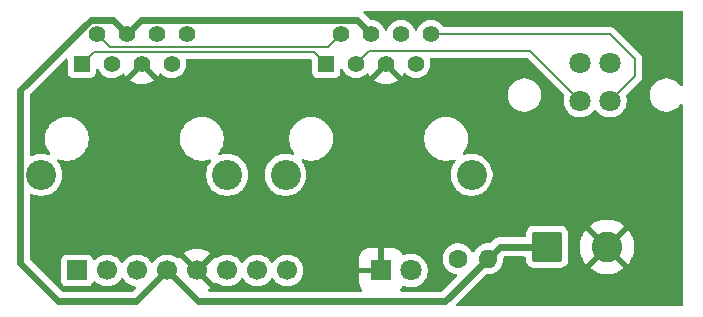
<source format=gbr>
G04 #@! TF.GenerationSoftware,KiCad,Pcbnew,9.0.1*
G04 #@! TF.CreationDate,2025-11-10T23:51:25+01:00*
G04 #@! TF.ProjectId,CAN Tram Adapter,43414e20-5472-4616-9d20-416461707465,rev?*
G04 #@! TF.SameCoordinates,Original*
G04 #@! TF.FileFunction,Copper,L2,Bot*
G04 #@! TF.FilePolarity,Positive*
%FSLAX46Y46*%
G04 Gerber Fmt 4.6, Leading zero omitted, Abs format (unit mm)*
G04 Created by KiCad (PCBNEW 9.0.1) date 2025-11-10 23:51:25*
%MOMM*%
%LPD*%
G01*
G04 APERTURE LIST*
G04 Aperture macros list*
%AMRoundRect*
0 Rectangle with rounded corners*
0 $1 Rounding radius*
0 $2 $3 $4 $5 $6 $7 $8 $9 X,Y pos of 4 corners*
0 Add a 4 corners polygon primitive as box body*
4,1,4,$2,$3,$4,$5,$6,$7,$8,$9,$2,$3,0*
0 Add four circle primitives for the rounded corners*
1,1,$1+$1,$2,$3*
1,1,$1+$1,$4,$5*
1,1,$1+$1,$6,$7*
1,1,$1+$1,$8,$9*
0 Add four rect primitives between the rounded corners*
20,1,$1+$1,$2,$3,$4,$5,0*
20,1,$1+$1,$4,$5,$6,$7,0*
20,1,$1+$1,$6,$7,$8,$9,0*
20,1,$1+$1,$8,$9,$2,$3,0*%
G04 Aperture macros list end*
G04 #@! TA.AperFunction,ComponentPad*
%ADD10R,1.700000X1.700000*%
G04 #@! TD*
G04 #@! TA.AperFunction,ComponentPad*
%ADD11C,1.700000*%
G04 #@! TD*
G04 #@! TA.AperFunction,ComponentPad*
%ADD12C,2.550000*%
G04 #@! TD*
G04 #@! TA.AperFunction,ComponentPad*
%ADD13C,1.400000*%
G04 #@! TD*
G04 #@! TA.AperFunction,ComponentPad*
%ADD14R,1.400000X1.400000*%
G04 #@! TD*
G04 #@! TA.AperFunction,ComponentPad*
%ADD15C,1.800000*%
G04 #@! TD*
G04 #@! TA.AperFunction,ComponentPad*
%ADD16C,1.600000*%
G04 #@! TD*
G04 #@! TA.AperFunction,ComponentPad*
%ADD17O,1.600000X1.600000*%
G04 #@! TD*
G04 #@! TA.AperFunction,ComponentPad*
%ADD18RoundRect,0.250000X-1.050000X-1.050000X1.050000X-1.050000X1.050000X1.050000X-1.050000X1.050000X0*%
G04 #@! TD*
G04 #@! TA.AperFunction,ComponentPad*
%ADD19C,2.600000*%
G04 #@! TD*
G04 #@! TA.AperFunction,ComponentPad*
%ADD20R,1.800000X1.800000*%
G04 #@! TD*
G04 #@! TA.AperFunction,Conductor*
%ADD21C,0.600000*%
G04 #@! TD*
G04 #@! TA.AperFunction,Conductor*
%ADD22C,0.200000*%
G04 #@! TD*
G04 APERTURE END LIST*
D10*
X83220000Y-89500000D03*
D11*
X85760000Y-89500000D03*
X88300000Y-89500000D03*
X90840000Y-89500000D03*
X93380000Y-89500000D03*
X95920000Y-89500000D03*
X98460000Y-89500000D03*
X101000000Y-89500000D03*
D12*
X116610000Y-81400000D03*
X100860000Y-81400000D03*
D13*
X113180000Y-69460000D03*
X111910000Y-72000000D03*
X110640000Y-69460000D03*
X109370000Y-72000000D03*
X108100000Y-69460000D03*
X106830000Y-72000000D03*
X105560000Y-69460000D03*
D14*
X104290000Y-72000000D03*
D12*
X95930000Y-81400000D03*
X80180000Y-81400000D03*
D13*
X92500000Y-69460000D03*
X91230000Y-72000000D03*
X89960000Y-69460000D03*
X88690000Y-72000000D03*
X87420000Y-69460000D03*
X86150000Y-72000000D03*
X84880000Y-69460000D03*
D14*
X83610000Y-72000000D03*
D15*
X128355000Y-75135000D03*
X125805000Y-75135000D03*
X125805000Y-71935000D03*
X128355000Y-71935000D03*
D16*
X115460000Y-88500000D03*
D17*
X118000000Y-88500000D03*
D18*
X123000000Y-87500000D03*
D19*
X128080000Y-87500000D03*
D20*
X108960000Y-89500000D03*
D15*
X111500000Y-89500000D03*
D21*
X119000000Y-87500000D02*
X123000000Y-87500000D01*
X118000000Y-88500000D02*
X119000000Y-87500000D01*
X90840000Y-89500000D02*
X88240000Y-92100000D01*
X88240000Y-92100000D02*
X81600000Y-92100000D01*
X114400000Y-92100000D02*
X93440000Y-92100000D01*
X93440000Y-92100000D02*
X90840000Y-89500000D01*
D22*
X103289000Y-70999000D02*
X104290000Y-72000000D01*
X84611000Y-70999000D02*
X103289000Y-70999000D01*
X83610000Y-72000000D02*
X84611000Y-70999000D01*
X84880000Y-69460000D02*
X86019000Y-70599000D01*
X86019000Y-70599000D02*
X104421000Y-70599000D01*
X104421000Y-70599000D02*
X105560000Y-69460000D01*
X107930000Y-70900000D02*
X106830000Y-72000000D01*
X125805000Y-75135000D02*
X121570000Y-70900000D01*
X121570000Y-70900000D02*
X107930000Y-70900000D01*
X130450000Y-73040000D02*
X130450000Y-71600000D01*
X130450000Y-71600000D02*
X128310000Y-69460000D01*
X128355000Y-75135000D02*
X130450000Y-73040000D01*
X128310000Y-69460000D02*
X113180000Y-69460000D01*
D21*
X78404000Y-74237529D02*
X78404000Y-88904000D01*
X84382529Y-68259000D02*
X78404000Y-74237529D01*
X86219000Y-68259000D02*
X84382529Y-68259000D01*
X114400000Y-92100000D02*
X118000000Y-88500000D01*
X87420000Y-69460000D02*
X86219000Y-68259000D01*
X78404000Y-88904000D02*
X81600000Y-92100000D01*
X106899000Y-68259000D02*
X108100000Y-69460000D01*
X87420000Y-69460000D02*
X88621000Y-68259000D01*
X88621000Y-68259000D02*
X106899000Y-68259000D01*
G04 #@! TA.AperFunction,Conductor*
G36*
X134442539Y-67520185D02*
G01*
X134488294Y-67572989D01*
X134499500Y-67624500D01*
X134499500Y-73772530D01*
X134479815Y-73839569D01*
X134427011Y-73885324D01*
X134357853Y-73895268D01*
X134294297Y-73866243D01*
X134275182Y-73845415D01*
X134193247Y-73732641D01*
X134193243Y-73732636D01*
X134037363Y-73576756D01*
X134037358Y-73576752D01*
X133859025Y-73447187D01*
X133859024Y-73447186D01*
X133859022Y-73447185D01*
X133783523Y-73408716D01*
X133662606Y-73347104D01*
X133662603Y-73347103D01*
X133452952Y-73278985D01*
X133344086Y-73261742D01*
X133235222Y-73244500D01*
X133014778Y-73244500D01*
X132942201Y-73255995D01*
X132797047Y-73278985D01*
X132587396Y-73347103D01*
X132587393Y-73347104D01*
X132390974Y-73447187D01*
X132212641Y-73576752D01*
X132212636Y-73576756D01*
X132056756Y-73732636D01*
X132056752Y-73732641D01*
X131927187Y-73910974D01*
X131827104Y-74107393D01*
X131827103Y-74107396D01*
X131758985Y-74317047D01*
X131724500Y-74534778D01*
X131724500Y-74755221D01*
X131758985Y-74972952D01*
X131827103Y-75182603D01*
X131827104Y-75182606D01*
X131927187Y-75379025D01*
X132056752Y-75557358D01*
X132056756Y-75557363D01*
X132212636Y-75713243D01*
X132212641Y-75713247D01*
X132368192Y-75826260D01*
X132390978Y-75842815D01*
X132519375Y-75908237D01*
X132587393Y-75942895D01*
X132587396Y-75942896D01*
X132692221Y-75976955D01*
X132797049Y-76011015D01*
X133014778Y-76045500D01*
X133014779Y-76045500D01*
X133235221Y-76045500D01*
X133235222Y-76045500D01*
X133452951Y-76011015D01*
X133662606Y-75942895D01*
X133859022Y-75842815D01*
X134037365Y-75713242D01*
X134193242Y-75557365D01*
X134275182Y-75444582D01*
X134330511Y-75401918D01*
X134400124Y-75395939D01*
X134461920Y-75428544D01*
X134496277Y-75489383D01*
X134499500Y-75517469D01*
X134499500Y-92375500D01*
X134479815Y-92442539D01*
X134427011Y-92488294D01*
X134375500Y-92499500D01*
X115431940Y-92499500D01*
X115364901Y-92479815D01*
X115319146Y-92427011D01*
X115309202Y-92357853D01*
X115338227Y-92294297D01*
X115344259Y-92287819D01*
X115519333Y-92112744D01*
X117795978Y-89836098D01*
X117857299Y-89802615D01*
X117893404Y-89800165D01*
X117897643Y-89800499D01*
X117897648Y-89800500D01*
X117897653Y-89800500D01*
X118102351Y-89800500D01*
X118102352Y-89800500D01*
X118304534Y-89768477D01*
X118499219Y-89705220D01*
X118681610Y-89612287D01*
X118786172Y-89536319D01*
X118847213Y-89491971D01*
X118847215Y-89491968D01*
X118847219Y-89491966D01*
X118991966Y-89347219D01*
X118991968Y-89347215D01*
X118991971Y-89347213D01*
X119073632Y-89234814D01*
X119112287Y-89181610D01*
X119205220Y-88999219D01*
X119268477Y-88804534D01*
X119300500Y-88602352D01*
X119300500Y-88424500D01*
X119320185Y-88357461D01*
X119372989Y-88311706D01*
X119424500Y-88300500D01*
X121075501Y-88300500D01*
X121142540Y-88320185D01*
X121188295Y-88372989D01*
X121199501Y-88424500D01*
X121199501Y-88600018D01*
X121210000Y-88702796D01*
X121210001Y-88702799D01*
X121235769Y-88780561D01*
X121265186Y-88869334D01*
X121357288Y-89018656D01*
X121481344Y-89142712D01*
X121630666Y-89234814D01*
X121797203Y-89289999D01*
X121899991Y-89300500D01*
X124100008Y-89300499D01*
X124202797Y-89289999D01*
X124369334Y-89234814D01*
X124518656Y-89142712D01*
X124642712Y-89018656D01*
X124734814Y-88869334D01*
X124789999Y-88702797D01*
X124800500Y-88600009D01*
X124800499Y-87349256D01*
X125780000Y-87349256D01*
X125780000Y-87650743D01*
X125780001Y-87650759D01*
X125819353Y-87949667D01*
X125897389Y-88240901D01*
X126012765Y-88519443D01*
X126012770Y-88519454D01*
X126163512Y-88780545D01*
X126163523Y-88780561D01*
X126286115Y-88940328D01*
X126286117Y-88940328D01*
X127478958Y-87747487D01*
X127503978Y-87807890D01*
X127575112Y-87914351D01*
X127665649Y-88004888D01*
X127772110Y-88076022D01*
X127832511Y-88101041D01*
X126639670Y-89293881D01*
X126639670Y-89293882D01*
X126799438Y-89416476D01*
X126799454Y-89416487D01*
X127060545Y-89567229D01*
X127060556Y-89567234D01*
X127339098Y-89682610D01*
X127630332Y-89760646D01*
X127929240Y-89799998D01*
X127929257Y-89800000D01*
X128230743Y-89800000D01*
X128230759Y-89799998D01*
X128529667Y-89760646D01*
X128820901Y-89682610D01*
X129099443Y-89567234D01*
X129099454Y-89567229D01*
X129360545Y-89416487D01*
X129360553Y-89416481D01*
X129520328Y-89293881D01*
X128327488Y-88101041D01*
X128387890Y-88076022D01*
X128494351Y-88004888D01*
X128584888Y-87914351D01*
X128656022Y-87807890D01*
X128681041Y-87747488D01*
X129873881Y-88940328D01*
X129996481Y-88780553D01*
X129996487Y-88780545D01*
X130147229Y-88519454D01*
X130147234Y-88519443D01*
X130262610Y-88240901D01*
X130340646Y-87949667D01*
X130379998Y-87650759D01*
X130380000Y-87650743D01*
X130380000Y-87349256D01*
X130379998Y-87349240D01*
X130340646Y-87050332D01*
X130262610Y-86759098D01*
X130147234Y-86480556D01*
X130147229Y-86480545D01*
X129996487Y-86219454D01*
X129996476Y-86219438D01*
X129873881Y-86059670D01*
X128681041Y-87252510D01*
X128656022Y-87192110D01*
X128584888Y-87085649D01*
X128494351Y-86995112D01*
X128387890Y-86923978D01*
X128327487Y-86898957D01*
X129520328Y-85706117D01*
X129520328Y-85706115D01*
X129360561Y-85583523D01*
X129360545Y-85583512D01*
X129099454Y-85432770D01*
X129099443Y-85432765D01*
X128820901Y-85317389D01*
X128529667Y-85239353D01*
X128230759Y-85200001D01*
X128230743Y-85200000D01*
X127929257Y-85200000D01*
X127929240Y-85200001D01*
X127630332Y-85239353D01*
X127339098Y-85317389D01*
X127060556Y-85432765D01*
X127060545Y-85432770D01*
X126799442Y-85583520D01*
X126639670Y-85706116D01*
X126639670Y-85706117D01*
X127832511Y-86898958D01*
X127772110Y-86923978D01*
X127665649Y-86995112D01*
X127575112Y-87085649D01*
X127503978Y-87192110D01*
X127478958Y-87252511D01*
X126286117Y-86059670D01*
X126286116Y-86059670D01*
X126163520Y-86219442D01*
X126012770Y-86480545D01*
X126012765Y-86480556D01*
X125897389Y-86759098D01*
X125819353Y-87050332D01*
X125780001Y-87349240D01*
X125780000Y-87349256D01*
X124800499Y-87349256D01*
X124800499Y-86399992D01*
X124789999Y-86297203D01*
X124734814Y-86130666D01*
X124642712Y-85981344D01*
X124518656Y-85857288D01*
X124369334Y-85765186D01*
X124202797Y-85710001D01*
X124202795Y-85710000D01*
X124100010Y-85699500D01*
X121899998Y-85699500D01*
X121899981Y-85699501D01*
X121797203Y-85710000D01*
X121797200Y-85710001D01*
X121630668Y-85765185D01*
X121630663Y-85765187D01*
X121481342Y-85857289D01*
X121357289Y-85981342D01*
X121265187Y-86130663D01*
X121265186Y-86130666D01*
X121210001Y-86297203D01*
X121210001Y-86297204D01*
X121210000Y-86297204D01*
X121199500Y-86399983D01*
X121199500Y-86575500D01*
X121179815Y-86642539D01*
X121127011Y-86688294D01*
X121075500Y-86699500D01*
X118921153Y-86699500D01*
X118766510Y-86730260D01*
X118766502Y-86730262D01*
X118620824Y-86790604D01*
X118620814Y-86790609D01*
X118489711Y-86878210D01*
X118489707Y-86878213D01*
X118204022Y-87163898D01*
X118142699Y-87197383D01*
X118106619Y-87199835D01*
X118102359Y-87199500D01*
X118102352Y-87199500D01*
X117897648Y-87199500D01*
X117873329Y-87203351D01*
X117695465Y-87231522D01*
X117500776Y-87294781D01*
X117318386Y-87387715D01*
X117152786Y-87508028D01*
X117008028Y-87652786D01*
X116887715Y-87818386D01*
X116840485Y-87911080D01*
X116792510Y-87961876D01*
X116724689Y-87978671D01*
X116658554Y-87956134D01*
X116619515Y-87911080D01*
X116590203Y-87853553D01*
X116572287Y-87818390D01*
X116564556Y-87807749D01*
X116451971Y-87652786D01*
X116307213Y-87508028D01*
X116141613Y-87387715D01*
X116141612Y-87387714D01*
X116141610Y-87387713D01*
X116066103Y-87349240D01*
X115959223Y-87294781D01*
X115764534Y-87231522D01*
X115589995Y-87203878D01*
X115562352Y-87199500D01*
X115357648Y-87199500D01*
X115333329Y-87203351D01*
X115155465Y-87231522D01*
X114960776Y-87294781D01*
X114778386Y-87387715D01*
X114612786Y-87508028D01*
X114468028Y-87652786D01*
X114347715Y-87818386D01*
X114254781Y-88000776D01*
X114191522Y-88195465D01*
X114159500Y-88397648D01*
X114159500Y-88602351D01*
X114191522Y-88804534D01*
X114254781Y-88999223D01*
X114280654Y-89050000D01*
X114342841Y-89172049D01*
X114347715Y-89181613D01*
X114468028Y-89347213D01*
X114612786Y-89491971D01*
X114714441Y-89565826D01*
X114778390Y-89612287D01*
X114894607Y-89671503D01*
X114960776Y-89705218D01*
X114960778Y-89705218D01*
X114960781Y-89705220D01*
X115155466Y-89768477D01*
X115298373Y-89791111D01*
X115361506Y-89821040D01*
X115398438Y-89880351D01*
X115397440Y-89950214D01*
X115366655Y-90001265D01*
X114104741Y-91263181D01*
X114043418Y-91296666D01*
X114017060Y-91299500D01*
X110677956Y-91299500D01*
X110610917Y-91279815D01*
X110565162Y-91227011D01*
X110555218Y-91157853D01*
X110581854Y-91097139D01*
X110699278Y-90953129D01*
X110761797Y-90833444D01*
X110810284Y-90783136D01*
X110878271Y-90767029D01*
X110927999Y-90780370D01*
X110962394Y-90797895D01*
X110962395Y-90797895D01*
X110962396Y-90797896D01*
X111021951Y-90817246D01*
X111172049Y-90866015D01*
X111389778Y-90900500D01*
X111389779Y-90900500D01*
X111610221Y-90900500D01*
X111610222Y-90900500D01*
X111827951Y-90866015D01*
X112037606Y-90797895D01*
X112234022Y-90697815D01*
X112412365Y-90568242D01*
X112568242Y-90412365D01*
X112697815Y-90234022D01*
X112797895Y-90037606D01*
X112866015Y-89827951D01*
X112900500Y-89610222D01*
X112900500Y-89389778D01*
X112866015Y-89172049D01*
X112831955Y-89067221D01*
X112797896Y-88962396D01*
X112797895Y-88962393D01*
X112750478Y-88869334D01*
X112697815Y-88765978D01*
X112651910Y-88702795D01*
X112568247Y-88587641D01*
X112568243Y-88587636D01*
X112412363Y-88431756D01*
X112412358Y-88431752D01*
X112234025Y-88302187D01*
X112234024Y-88302186D01*
X112234022Y-88302185D01*
X112171096Y-88270122D01*
X112037606Y-88202104D01*
X112037603Y-88202103D01*
X111827952Y-88133985D01*
X111719086Y-88116742D01*
X111610222Y-88099500D01*
X111389778Y-88099500D01*
X111317201Y-88110995D01*
X111172047Y-88133985D01*
X110962396Y-88202103D01*
X110962387Y-88202107D01*
X110927999Y-88219629D01*
X110859329Y-88232525D01*
X110794589Y-88206248D01*
X110761796Y-88166555D01*
X110699278Y-88046870D01*
X110570753Y-87889246D01*
X110413129Y-87760721D01*
X110232861Y-87666557D01*
X110037328Y-87610609D01*
X110037325Y-87610608D01*
X109918000Y-87600000D01*
X109210000Y-87600000D01*
X109210000Y-89124722D01*
X109133694Y-89080667D01*
X109019244Y-89050000D01*
X108900756Y-89050000D01*
X108786306Y-89080667D01*
X108710000Y-89124722D01*
X108710000Y-87600000D01*
X108001999Y-87600000D01*
X107882674Y-87610608D01*
X107882671Y-87610609D01*
X107687138Y-87666557D01*
X107506870Y-87760721D01*
X107349246Y-87889246D01*
X107220721Y-88046870D01*
X107126557Y-88227138D01*
X107070609Y-88422671D01*
X107070608Y-88422674D01*
X107060000Y-88541999D01*
X107060000Y-89250000D01*
X108584722Y-89250000D01*
X108540667Y-89326306D01*
X108510000Y-89440756D01*
X108510000Y-89559244D01*
X108540667Y-89673694D01*
X108584722Y-89750000D01*
X107060000Y-89750000D01*
X107060000Y-90458000D01*
X107070608Y-90577325D01*
X107070609Y-90577328D01*
X107126557Y-90772861D01*
X107220721Y-90953129D01*
X107338146Y-91097139D01*
X107365255Y-91161535D01*
X107353246Y-91230365D01*
X107305931Y-91281775D01*
X107242044Y-91299500D01*
X94425948Y-91299500D01*
X94358909Y-91279815D01*
X94313154Y-91227011D01*
X94303210Y-91157853D01*
X94332235Y-91094297D01*
X94363948Y-91068113D01*
X94410016Y-91041515D01*
X94499384Y-90972939D01*
X94499384Y-90972936D01*
X93509409Y-89982962D01*
X93572993Y-89965925D01*
X93687007Y-89900099D01*
X93780099Y-89807007D01*
X93845925Y-89692993D01*
X93862962Y-89629409D01*
X94852936Y-90619384D01*
X94852937Y-90619384D01*
X94890420Y-90570537D01*
X94946848Y-90529335D01*
X95016595Y-90525180D01*
X95061681Y-90545706D01*
X95212179Y-90655048D01*
X95212181Y-90655049D01*
X95212184Y-90655051D01*
X95401588Y-90751557D01*
X95603757Y-90817246D01*
X95813713Y-90850500D01*
X95813714Y-90850500D01*
X96026286Y-90850500D01*
X96026287Y-90850500D01*
X96236243Y-90817246D01*
X96438412Y-90751557D01*
X96627816Y-90655051D01*
X96714138Y-90592335D01*
X96799786Y-90530109D01*
X96799788Y-90530106D01*
X96799792Y-90530104D01*
X96950104Y-90379792D01*
X96950106Y-90379788D01*
X96950109Y-90379786D01*
X97075048Y-90207820D01*
X97075047Y-90207820D01*
X97075051Y-90207816D01*
X97079514Y-90199054D01*
X97127488Y-90148259D01*
X97195308Y-90131463D01*
X97261444Y-90153999D01*
X97300486Y-90199056D01*
X97304951Y-90207820D01*
X97429890Y-90379786D01*
X97580213Y-90530109D01*
X97752179Y-90655048D01*
X97752181Y-90655049D01*
X97752184Y-90655051D01*
X97941588Y-90751557D01*
X98143757Y-90817246D01*
X98353713Y-90850500D01*
X98353714Y-90850500D01*
X98566286Y-90850500D01*
X98566287Y-90850500D01*
X98776243Y-90817246D01*
X98978412Y-90751557D01*
X99167816Y-90655051D01*
X99254138Y-90592335D01*
X99339786Y-90530109D01*
X99339788Y-90530106D01*
X99339792Y-90530104D01*
X99490104Y-90379792D01*
X99490106Y-90379788D01*
X99490109Y-90379786D01*
X99615048Y-90207820D01*
X99615047Y-90207820D01*
X99615051Y-90207816D01*
X99619514Y-90199054D01*
X99667488Y-90148259D01*
X99735308Y-90131463D01*
X99801444Y-90153999D01*
X99840486Y-90199056D01*
X99844951Y-90207820D01*
X99969890Y-90379786D01*
X100120213Y-90530109D01*
X100292179Y-90655048D01*
X100292181Y-90655049D01*
X100292184Y-90655051D01*
X100481588Y-90751557D01*
X100683757Y-90817246D01*
X100893713Y-90850500D01*
X100893714Y-90850500D01*
X101106286Y-90850500D01*
X101106287Y-90850500D01*
X101316243Y-90817246D01*
X101518412Y-90751557D01*
X101707816Y-90655051D01*
X101794138Y-90592335D01*
X101879786Y-90530109D01*
X101879788Y-90530106D01*
X101879792Y-90530104D01*
X102030104Y-90379792D01*
X102030106Y-90379788D01*
X102030109Y-90379786D01*
X102155048Y-90207820D01*
X102155047Y-90207820D01*
X102155051Y-90207816D01*
X102251557Y-90018412D01*
X102317246Y-89816243D01*
X102350500Y-89606287D01*
X102350500Y-89393713D01*
X102317246Y-89183757D01*
X102251557Y-88981588D01*
X102155051Y-88792184D01*
X102155049Y-88792181D01*
X102155048Y-88792179D01*
X102030111Y-88620216D01*
X102030103Y-88620207D01*
X101879786Y-88469890D01*
X101707820Y-88344951D01*
X101518414Y-88248444D01*
X101518413Y-88248443D01*
X101518412Y-88248443D01*
X101316243Y-88182754D01*
X101316241Y-88182753D01*
X101316240Y-88182753D01*
X101154957Y-88157208D01*
X101106287Y-88149500D01*
X100893713Y-88149500D01*
X100845042Y-88157208D01*
X100683760Y-88182753D01*
X100481585Y-88248444D01*
X100292179Y-88344951D01*
X100120213Y-88469890D01*
X99969890Y-88620213D01*
X99844949Y-88792182D01*
X99840484Y-88800946D01*
X99792509Y-88851742D01*
X99724688Y-88868536D01*
X99658553Y-88845998D01*
X99619516Y-88800946D01*
X99615050Y-88792182D01*
X99490109Y-88620213D01*
X99339786Y-88469890D01*
X99167820Y-88344951D01*
X98978414Y-88248444D01*
X98978413Y-88248443D01*
X98978412Y-88248443D01*
X98776243Y-88182754D01*
X98776241Y-88182753D01*
X98776240Y-88182753D01*
X98614957Y-88157208D01*
X98566287Y-88149500D01*
X98353713Y-88149500D01*
X98305042Y-88157208D01*
X98143760Y-88182753D01*
X97941585Y-88248444D01*
X97752179Y-88344951D01*
X97580213Y-88469890D01*
X97429890Y-88620213D01*
X97304949Y-88792182D01*
X97300484Y-88800946D01*
X97252509Y-88851742D01*
X97184688Y-88868536D01*
X97118553Y-88845998D01*
X97079516Y-88800946D01*
X97075050Y-88792182D01*
X96950109Y-88620213D01*
X96799786Y-88469890D01*
X96627820Y-88344951D01*
X96438414Y-88248444D01*
X96438413Y-88248443D01*
X96438412Y-88248443D01*
X96236243Y-88182754D01*
X96236241Y-88182753D01*
X96236240Y-88182753D01*
X96074957Y-88157208D01*
X96026287Y-88149500D01*
X95813713Y-88149500D01*
X95765042Y-88157208D01*
X95603760Y-88182753D01*
X95401585Y-88248444D01*
X95212179Y-88344951D01*
X95061681Y-88454294D01*
X94995874Y-88477774D01*
X94927821Y-88461948D01*
X94890420Y-88429462D01*
X94852938Y-88380614D01*
X94852936Y-88380614D01*
X93862962Y-89370589D01*
X93845925Y-89307007D01*
X93780099Y-89192993D01*
X93687007Y-89099901D01*
X93572993Y-89034075D01*
X93509407Y-89017037D01*
X94499384Y-88027061D01*
X94410010Y-87958481D01*
X94199992Y-87837227D01*
X94199978Y-87837220D01*
X93975939Y-87744421D01*
X93741687Y-87681653D01*
X93501264Y-87650001D01*
X93501248Y-87650000D01*
X93258752Y-87650000D01*
X93258735Y-87650001D01*
X93018312Y-87681653D01*
X92784060Y-87744421D01*
X92560021Y-87837220D01*
X92560006Y-87837227D01*
X92349990Y-87958480D01*
X92260614Y-88027060D01*
X92260614Y-88027061D01*
X93250590Y-89017037D01*
X93187007Y-89034075D01*
X93072993Y-89099901D01*
X92979901Y-89192993D01*
X92914075Y-89307007D01*
X92897037Y-89370591D01*
X91907061Y-88380614D01*
X91907059Y-88380614D01*
X91869579Y-88429461D01*
X91813151Y-88470664D01*
X91743405Y-88474819D01*
X91698318Y-88454294D01*
X91547815Y-88344948D01*
X91358414Y-88248444D01*
X91358413Y-88248443D01*
X91358412Y-88248443D01*
X91156243Y-88182754D01*
X90946287Y-88149500D01*
X90733713Y-88149500D01*
X90685042Y-88157208D01*
X90523760Y-88182753D01*
X90321585Y-88248444D01*
X90132179Y-88344951D01*
X89960213Y-88469890D01*
X89809890Y-88620213D01*
X89684949Y-88792182D01*
X89680484Y-88800946D01*
X89632509Y-88851742D01*
X89564688Y-88868536D01*
X89498553Y-88845998D01*
X89459516Y-88800946D01*
X89455050Y-88792182D01*
X89330109Y-88620213D01*
X89179786Y-88469890D01*
X89007820Y-88344951D01*
X88818414Y-88248444D01*
X88818413Y-88248443D01*
X88818412Y-88248443D01*
X88616243Y-88182754D01*
X88616241Y-88182753D01*
X88616240Y-88182753D01*
X88454957Y-88157208D01*
X88406287Y-88149500D01*
X88193713Y-88149500D01*
X88145042Y-88157208D01*
X87983760Y-88182753D01*
X87781585Y-88248444D01*
X87592179Y-88344951D01*
X87420213Y-88469890D01*
X87269890Y-88620213D01*
X87144949Y-88792182D01*
X87140484Y-88800946D01*
X87092509Y-88851742D01*
X87024688Y-88868536D01*
X86958553Y-88845998D01*
X86919516Y-88800946D01*
X86915050Y-88792182D01*
X86790109Y-88620213D01*
X86639786Y-88469890D01*
X86467820Y-88344951D01*
X86278414Y-88248444D01*
X86278413Y-88248443D01*
X86278412Y-88248443D01*
X86076243Y-88182754D01*
X86076241Y-88182753D01*
X86076240Y-88182753D01*
X85914957Y-88157208D01*
X85866287Y-88149500D01*
X85653713Y-88149500D01*
X85605042Y-88157208D01*
X85443760Y-88182753D01*
X85241585Y-88248444D01*
X85052179Y-88344951D01*
X84880215Y-88469889D01*
X84766673Y-88583431D01*
X84705350Y-88616915D01*
X84635658Y-88611931D01*
X84579725Y-88570059D01*
X84562810Y-88539082D01*
X84513797Y-88407671D01*
X84513793Y-88407664D01*
X84427547Y-88292455D01*
X84427544Y-88292452D01*
X84312335Y-88206206D01*
X84312328Y-88206202D01*
X84177482Y-88155908D01*
X84177483Y-88155908D01*
X84117883Y-88149501D01*
X84117881Y-88149500D01*
X84117873Y-88149500D01*
X84117864Y-88149500D01*
X82322129Y-88149500D01*
X82322123Y-88149501D01*
X82262516Y-88155908D01*
X82127671Y-88206202D01*
X82127664Y-88206206D01*
X82012455Y-88292452D01*
X82012452Y-88292455D01*
X81926206Y-88407664D01*
X81926202Y-88407671D01*
X81875908Y-88542517D01*
X81869501Y-88602116D01*
X81869500Y-88602135D01*
X81869500Y-90397870D01*
X81869501Y-90397876D01*
X81875908Y-90457483D01*
X81926202Y-90592328D01*
X81926206Y-90592335D01*
X82012452Y-90707544D01*
X82012455Y-90707547D01*
X82127664Y-90793793D01*
X82127671Y-90793797D01*
X82262517Y-90844091D01*
X82262516Y-90844091D01*
X82269444Y-90844835D01*
X82322127Y-90850500D01*
X84117872Y-90850499D01*
X84177483Y-90844091D01*
X84312331Y-90793796D01*
X84427546Y-90707546D01*
X84513796Y-90592331D01*
X84562810Y-90460916D01*
X84604681Y-90404984D01*
X84670145Y-90380566D01*
X84738418Y-90395417D01*
X84766673Y-90416569D01*
X84880213Y-90530109D01*
X85052179Y-90655048D01*
X85052181Y-90655049D01*
X85052184Y-90655051D01*
X85241588Y-90751557D01*
X85443757Y-90817246D01*
X85653713Y-90850500D01*
X85653714Y-90850500D01*
X85866286Y-90850500D01*
X85866287Y-90850500D01*
X86076243Y-90817246D01*
X86278412Y-90751557D01*
X86467816Y-90655051D01*
X86554138Y-90592335D01*
X86639786Y-90530109D01*
X86639788Y-90530106D01*
X86639792Y-90530104D01*
X86790104Y-90379792D01*
X86790106Y-90379788D01*
X86790109Y-90379786D01*
X86915048Y-90207820D01*
X86915047Y-90207820D01*
X86915051Y-90207816D01*
X86919514Y-90199054D01*
X86967488Y-90148259D01*
X87035308Y-90131463D01*
X87101444Y-90153999D01*
X87140486Y-90199056D01*
X87144951Y-90207820D01*
X87269890Y-90379786D01*
X87420213Y-90530109D01*
X87592179Y-90655048D01*
X87592181Y-90655049D01*
X87592184Y-90655051D01*
X87781588Y-90751557D01*
X87983757Y-90817246D01*
X88094671Y-90834813D01*
X88157805Y-90864742D01*
X88194737Y-90924053D01*
X88193739Y-90993916D01*
X88162954Y-91044967D01*
X87944741Y-91263181D01*
X87883418Y-91296666D01*
X87857060Y-91299500D01*
X81982940Y-91299500D01*
X81915901Y-91279815D01*
X81895259Y-91263181D01*
X79240819Y-88608741D01*
X79207334Y-88547418D01*
X79204500Y-88521060D01*
X79204500Y-83101741D01*
X79224185Y-83034702D01*
X79276989Y-82988947D01*
X79346147Y-82979003D01*
X79390502Y-82994355D01*
X79393031Y-82995815D01*
X79393036Y-82995817D01*
X79393039Y-82995819D01*
X79608052Y-83084879D01*
X79608054Y-83084879D01*
X79608060Y-83084882D01*
X79832874Y-83145121D01*
X80063628Y-83175500D01*
X80063635Y-83175500D01*
X80296365Y-83175500D01*
X80296372Y-83175500D01*
X80527126Y-83145121D01*
X80751940Y-83084882D01*
X80809953Y-83060852D01*
X80966960Y-82995819D01*
X80966963Y-82995817D01*
X80966969Y-82995815D01*
X81168532Y-82879442D01*
X81353181Y-82737756D01*
X81517756Y-82573181D01*
X81659442Y-82388532D01*
X81775815Y-82186969D01*
X81864882Y-81971940D01*
X81925121Y-81747126D01*
X81955500Y-81516372D01*
X81955500Y-81283628D01*
X81925121Y-81052874D01*
X81864882Y-80828060D01*
X81864879Y-80828052D01*
X81775819Y-80613039D01*
X81775811Y-80613023D01*
X81659446Y-80411475D01*
X81659442Y-80411468D01*
X81558267Y-80279614D01*
X81533073Y-80214445D01*
X81547111Y-80146000D01*
X81595925Y-80096011D01*
X81664017Y-80080347D01*
X81704096Y-80089567D01*
X81743895Y-80106052D01*
X81743900Y-80106054D01*
X81978211Y-80168838D01*
X82158586Y-80192584D01*
X82218711Y-80200500D01*
X82218712Y-80200500D01*
X82461289Y-80200500D01*
X82509388Y-80194167D01*
X82701789Y-80168838D01*
X82936100Y-80106054D01*
X83160212Y-80013224D01*
X83370289Y-79891936D01*
X83562738Y-79744265D01*
X83734265Y-79572738D01*
X83881936Y-79380289D01*
X84003224Y-79170212D01*
X84096054Y-78946100D01*
X84158838Y-78711789D01*
X84190500Y-78471288D01*
X84190500Y-78228712D01*
X84190500Y-78228711D01*
X91919500Y-78228711D01*
X91919500Y-78471288D01*
X91951161Y-78711785D01*
X92013947Y-78946104D01*
X92106773Y-79170205D01*
X92106776Y-79170212D01*
X92228064Y-79380289D01*
X92228066Y-79380292D01*
X92228067Y-79380293D01*
X92375733Y-79572736D01*
X92375739Y-79572743D01*
X92547256Y-79744260D01*
X92547263Y-79744266D01*
X92627614Y-79805921D01*
X92739711Y-79891936D01*
X92949788Y-80013224D01*
X93173900Y-80106054D01*
X93408211Y-80168838D01*
X93588586Y-80192584D01*
X93648711Y-80200500D01*
X93648712Y-80200500D01*
X93891289Y-80200500D01*
X93939388Y-80194167D01*
X94131789Y-80168838D01*
X94366100Y-80106054D01*
X94405903Y-80089566D01*
X94475372Y-80082098D01*
X94537851Y-80113373D01*
X94573504Y-80173461D01*
X94571011Y-80243286D01*
X94551732Y-80279614D01*
X94450564Y-80411458D01*
X94450553Y-80411475D01*
X94334188Y-80613023D01*
X94334180Y-80613039D01*
X94245120Y-80828052D01*
X94184878Y-81052877D01*
X94154501Y-81283617D01*
X94154500Y-81283634D01*
X94154500Y-81516365D01*
X94154501Y-81516382D01*
X94184878Y-81747122D01*
X94245120Y-81971947D01*
X94334180Y-82186960D01*
X94334188Y-82186976D01*
X94450553Y-82388524D01*
X94450564Y-82388540D01*
X94592242Y-82573179D01*
X94592248Y-82573186D01*
X94756813Y-82737751D01*
X94756819Y-82737756D01*
X94941468Y-82879442D01*
X94941475Y-82879446D01*
X95143023Y-82995811D01*
X95143039Y-82995819D01*
X95358052Y-83084879D01*
X95358054Y-83084879D01*
X95358060Y-83084882D01*
X95582874Y-83145121D01*
X95813628Y-83175500D01*
X95813635Y-83175500D01*
X96046365Y-83175500D01*
X96046372Y-83175500D01*
X96277126Y-83145121D01*
X96501940Y-83084882D01*
X96559953Y-83060852D01*
X96716960Y-82995819D01*
X96716963Y-82995817D01*
X96716969Y-82995815D01*
X96918532Y-82879442D01*
X97103181Y-82737756D01*
X97267756Y-82573181D01*
X97409442Y-82388532D01*
X97525815Y-82186969D01*
X97614882Y-81971940D01*
X97675121Y-81747126D01*
X97705500Y-81516372D01*
X97705500Y-81283634D01*
X99084500Y-81283634D01*
X99084500Y-81516365D01*
X99084501Y-81516382D01*
X99114878Y-81747122D01*
X99175120Y-81971947D01*
X99264180Y-82186960D01*
X99264188Y-82186976D01*
X99380553Y-82388524D01*
X99380564Y-82388540D01*
X99522242Y-82573179D01*
X99522248Y-82573186D01*
X99686813Y-82737751D01*
X99686819Y-82737756D01*
X99871468Y-82879442D01*
X99871475Y-82879446D01*
X100073023Y-82995811D01*
X100073039Y-82995819D01*
X100288052Y-83084879D01*
X100288054Y-83084879D01*
X100288060Y-83084882D01*
X100512874Y-83145121D01*
X100743628Y-83175500D01*
X100743635Y-83175500D01*
X100976365Y-83175500D01*
X100976372Y-83175500D01*
X101207126Y-83145121D01*
X101431940Y-83084882D01*
X101489953Y-83060852D01*
X101646960Y-82995819D01*
X101646963Y-82995817D01*
X101646969Y-82995815D01*
X101848532Y-82879442D01*
X102033181Y-82737756D01*
X102197756Y-82573181D01*
X102339442Y-82388532D01*
X102455815Y-82186969D01*
X102544882Y-81971940D01*
X102605121Y-81747126D01*
X102635500Y-81516372D01*
X102635500Y-81283628D01*
X102605121Y-81052874D01*
X102544882Y-80828060D01*
X102544879Y-80828052D01*
X102455819Y-80613039D01*
X102455811Y-80613023D01*
X102339446Y-80411475D01*
X102339442Y-80411468D01*
X102238267Y-80279614D01*
X102213073Y-80214445D01*
X102227111Y-80146000D01*
X102275925Y-80096011D01*
X102344017Y-80080347D01*
X102384096Y-80089567D01*
X102423895Y-80106052D01*
X102423900Y-80106054D01*
X102658211Y-80168838D01*
X102838586Y-80192584D01*
X102898711Y-80200500D01*
X102898712Y-80200500D01*
X103141289Y-80200500D01*
X103189388Y-80194167D01*
X103381789Y-80168838D01*
X103616100Y-80106054D01*
X103840212Y-80013224D01*
X104050289Y-79891936D01*
X104242738Y-79744265D01*
X104414265Y-79572738D01*
X104561936Y-79380289D01*
X104683224Y-79170212D01*
X104776054Y-78946100D01*
X104838838Y-78711789D01*
X104870500Y-78471288D01*
X104870500Y-78228712D01*
X104870500Y-78228711D01*
X112599500Y-78228711D01*
X112599500Y-78471288D01*
X112631161Y-78711785D01*
X112693947Y-78946104D01*
X112786773Y-79170205D01*
X112786776Y-79170212D01*
X112908064Y-79380289D01*
X112908066Y-79380292D01*
X112908067Y-79380293D01*
X113055733Y-79572736D01*
X113055739Y-79572743D01*
X113227256Y-79744260D01*
X113227263Y-79744266D01*
X113307614Y-79805921D01*
X113419711Y-79891936D01*
X113629788Y-80013224D01*
X113853900Y-80106054D01*
X114088211Y-80168838D01*
X114268586Y-80192584D01*
X114328711Y-80200500D01*
X114328712Y-80200500D01*
X114571289Y-80200500D01*
X114619388Y-80194167D01*
X114811789Y-80168838D01*
X115046100Y-80106054D01*
X115085903Y-80089566D01*
X115155372Y-80082098D01*
X115217851Y-80113373D01*
X115253504Y-80173461D01*
X115251011Y-80243286D01*
X115231732Y-80279614D01*
X115130564Y-80411458D01*
X115130553Y-80411475D01*
X115014188Y-80613023D01*
X115014180Y-80613039D01*
X114925120Y-80828052D01*
X114864878Y-81052877D01*
X114834501Y-81283617D01*
X114834500Y-81283634D01*
X114834500Y-81516365D01*
X114834501Y-81516382D01*
X114864878Y-81747122D01*
X114925120Y-81971947D01*
X115014180Y-82186960D01*
X115014188Y-82186976D01*
X115130553Y-82388524D01*
X115130564Y-82388540D01*
X115272242Y-82573179D01*
X115272248Y-82573186D01*
X115436813Y-82737751D01*
X115436819Y-82737756D01*
X115621468Y-82879442D01*
X115621475Y-82879446D01*
X115823023Y-82995811D01*
X115823039Y-82995819D01*
X116038052Y-83084879D01*
X116038054Y-83084879D01*
X116038060Y-83084882D01*
X116262874Y-83145121D01*
X116493628Y-83175500D01*
X116493635Y-83175500D01*
X116726365Y-83175500D01*
X116726372Y-83175500D01*
X116957126Y-83145121D01*
X117181940Y-83084882D01*
X117239953Y-83060852D01*
X117396960Y-82995819D01*
X117396963Y-82995817D01*
X117396969Y-82995815D01*
X117598532Y-82879442D01*
X117783181Y-82737756D01*
X117947756Y-82573181D01*
X118089442Y-82388532D01*
X118205815Y-82186969D01*
X118294882Y-81971940D01*
X118355121Y-81747126D01*
X118385500Y-81516372D01*
X118385500Y-81283628D01*
X118355121Y-81052874D01*
X118294882Y-80828060D01*
X118294879Y-80828052D01*
X118205819Y-80613039D01*
X118205811Y-80613023D01*
X118089446Y-80411475D01*
X118089442Y-80411468D01*
X117947756Y-80226819D01*
X117947751Y-80226813D01*
X117783186Y-80062248D01*
X117783179Y-80062242D01*
X117598540Y-79920564D01*
X117598538Y-79920562D01*
X117598532Y-79920558D01*
X117598527Y-79920555D01*
X117598524Y-79920553D01*
X117396976Y-79804188D01*
X117396960Y-79804180D01*
X117181947Y-79715120D01*
X117119021Y-79698259D01*
X116957126Y-79654879D01*
X116957125Y-79654878D01*
X116957122Y-79654878D01*
X116726382Y-79624501D01*
X116726377Y-79624500D01*
X116726372Y-79624500D01*
X116493628Y-79624500D01*
X116493622Y-79624500D01*
X116493617Y-79624501D01*
X116262877Y-79654878D01*
X116038056Y-79715119D01*
X116021362Y-79722034D01*
X115951892Y-79729501D01*
X115889414Y-79698225D01*
X115853762Y-79638136D01*
X115856257Y-79568311D01*
X115875535Y-79531986D01*
X115991936Y-79380289D01*
X116113224Y-79170212D01*
X116206054Y-78946100D01*
X116268838Y-78711789D01*
X116300500Y-78471288D01*
X116300500Y-78228712D01*
X116268838Y-77988211D01*
X116206054Y-77753900D01*
X116113224Y-77529788D01*
X115991936Y-77319711D01*
X115844265Y-77127262D01*
X115844260Y-77127256D01*
X115672743Y-76955739D01*
X115672736Y-76955733D01*
X115480293Y-76808067D01*
X115480292Y-76808066D01*
X115480289Y-76808064D01*
X115270212Y-76686776D01*
X115270205Y-76686773D01*
X115046104Y-76593947D01*
X114811785Y-76531161D01*
X114571289Y-76499500D01*
X114571288Y-76499500D01*
X114328712Y-76499500D01*
X114328711Y-76499500D01*
X114088214Y-76531161D01*
X113853895Y-76593947D01*
X113629794Y-76686773D01*
X113629785Y-76686777D01*
X113419706Y-76808067D01*
X113227263Y-76955733D01*
X113227256Y-76955739D01*
X113055739Y-77127256D01*
X113055733Y-77127263D01*
X112908067Y-77319706D01*
X112786777Y-77529785D01*
X112786773Y-77529794D01*
X112693947Y-77753895D01*
X112631161Y-77988214D01*
X112599500Y-78228711D01*
X104870500Y-78228711D01*
X104838838Y-77988211D01*
X104776054Y-77753900D01*
X104683224Y-77529788D01*
X104561936Y-77319711D01*
X104414265Y-77127262D01*
X104414260Y-77127256D01*
X104242743Y-76955739D01*
X104242736Y-76955733D01*
X104050293Y-76808067D01*
X104050292Y-76808066D01*
X104050289Y-76808064D01*
X103840212Y-76686776D01*
X103840205Y-76686773D01*
X103616104Y-76593947D01*
X103381785Y-76531161D01*
X103141289Y-76499500D01*
X103141288Y-76499500D01*
X102898712Y-76499500D01*
X102898711Y-76499500D01*
X102658214Y-76531161D01*
X102423895Y-76593947D01*
X102199794Y-76686773D01*
X102199785Y-76686777D01*
X101989706Y-76808067D01*
X101797263Y-76955733D01*
X101797256Y-76955739D01*
X101625739Y-77127256D01*
X101625733Y-77127263D01*
X101478067Y-77319706D01*
X101356777Y-77529785D01*
X101356773Y-77529794D01*
X101263947Y-77753895D01*
X101201161Y-77988214D01*
X101169500Y-78228711D01*
X101169500Y-78471288D01*
X101201161Y-78711785D01*
X101263947Y-78946104D01*
X101356773Y-79170205D01*
X101356776Y-79170212D01*
X101478064Y-79380289D01*
X101478066Y-79380292D01*
X101478067Y-79380293D01*
X101594464Y-79531986D01*
X101619658Y-79597155D01*
X101605619Y-79665600D01*
X101556805Y-79715590D01*
X101488714Y-79731253D01*
X101448635Y-79722033D01*
X101431944Y-79715119D01*
X101207122Y-79654878D01*
X100976382Y-79624501D01*
X100976377Y-79624500D01*
X100976372Y-79624500D01*
X100743628Y-79624500D01*
X100743622Y-79624500D01*
X100743617Y-79624501D01*
X100512877Y-79654878D01*
X100288052Y-79715120D01*
X100073039Y-79804180D01*
X100073023Y-79804188D01*
X99871475Y-79920553D01*
X99871459Y-79920564D01*
X99686820Y-80062242D01*
X99686813Y-80062248D01*
X99522248Y-80226813D01*
X99522242Y-80226820D01*
X99380564Y-80411459D01*
X99380553Y-80411475D01*
X99264188Y-80613023D01*
X99264180Y-80613039D01*
X99175120Y-80828052D01*
X99114878Y-81052877D01*
X99084501Y-81283617D01*
X99084500Y-81283634D01*
X97705500Y-81283634D01*
X97705500Y-81283628D01*
X97675121Y-81052874D01*
X97614882Y-80828060D01*
X97614879Y-80828052D01*
X97525819Y-80613039D01*
X97525811Y-80613023D01*
X97409446Y-80411475D01*
X97409442Y-80411468D01*
X97267756Y-80226819D01*
X97267751Y-80226813D01*
X97103186Y-80062248D01*
X97103179Y-80062242D01*
X96918540Y-79920564D01*
X96918538Y-79920562D01*
X96918532Y-79920558D01*
X96918527Y-79920555D01*
X96918524Y-79920553D01*
X96716976Y-79804188D01*
X96716960Y-79804180D01*
X96501947Y-79715120D01*
X96439021Y-79698259D01*
X96277126Y-79654879D01*
X96277125Y-79654878D01*
X96277122Y-79654878D01*
X96046382Y-79624501D01*
X96046377Y-79624500D01*
X96046372Y-79624500D01*
X95813628Y-79624500D01*
X95813622Y-79624500D01*
X95813617Y-79624501D01*
X95582877Y-79654878D01*
X95358056Y-79715119D01*
X95341362Y-79722034D01*
X95271892Y-79729501D01*
X95209414Y-79698225D01*
X95173762Y-79638136D01*
X95176257Y-79568311D01*
X95195535Y-79531986D01*
X95311936Y-79380289D01*
X95433224Y-79170212D01*
X95526054Y-78946100D01*
X95588838Y-78711789D01*
X95620500Y-78471288D01*
X95620500Y-78228712D01*
X95588838Y-77988211D01*
X95526054Y-77753900D01*
X95433224Y-77529788D01*
X95311936Y-77319711D01*
X95164265Y-77127262D01*
X95164260Y-77127256D01*
X94992743Y-76955739D01*
X94992736Y-76955733D01*
X94800293Y-76808067D01*
X94800292Y-76808066D01*
X94800289Y-76808064D01*
X94590212Y-76686776D01*
X94590205Y-76686773D01*
X94366104Y-76593947D01*
X94131785Y-76531161D01*
X93891289Y-76499500D01*
X93891288Y-76499500D01*
X93648712Y-76499500D01*
X93648711Y-76499500D01*
X93408214Y-76531161D01*
X93173895Y-76593947D01*
X92949794Y-76686773D01*
X92949785Y-76686777D01*
X92739706Y-76808067D01*
X92547263Y-76955733D01*
X92547256Y-76955739D01*
X92375739Y-77127256D01*
X92375733Y-77127263D01*
X92228067Y-77319706D01*
X92106777Y-77529785D01*
X92106773Y-77529794D01*
X92013947Y-77753895D01*
X91951161Y-77988214D01*
X91919500Y-78228711D01*
X84190500Y-78228711D01*
X84158838Y-77988211D01*
X84096054Y-77753900D01*
X84003224Y-77529788D01*
X83881936Y-77319711D01*
X83734265Y-77127262D01*
X83734260Y-77127256D01*
X83562743Y-76955739D01*
X83562736Y-76955733D01*
X83370293Y-76808067D01*
X83370292Y-76808066D01*
X83370289Y-76808064D01*
X83160212Y-76686776D01*
X83160205Y-76686773D01*
X82936104Y-76593947D01*
X82701785Y-76531161D01*
X82461289Y-76499500D01*
X82461288Y-76499500D01*
X82218712Y-76499500D01*
X82218711Y-76499500D01*
X81978214Y-76531161D01*
X81743895Y-76593947D01*
X81519794Y-76686773D01*
X81519785Y-76686777D01*
X81309706Y-76808067D01*
X81117263Y-76955733D01*
X81117256Y-76955739D01*
X80945739Y-77127256D01*
X80945733Y-77127263D01*
X80798067Y-77319706D01*
X80676777Y-77529785D01*
X80676773Y-77529794D01*
X80583947Y-77753895D01*
X80521161Y-77988214D01*
X80489500Y-78228711D01*
X80489500Y-78471288D01*
X80521161Y-78711785D01*
X80583947Y-78946104D01*
X80676773Y-79170205D01*
X80676776Y-79170212D01*
X80798064Y-79380289D01*
X80798066Y-79380292D01*
X80798067Y-79380293D01*
X80914464Y-79531986D01*
X80939658Y-79597155D01*
X80925619Y-79665600D01*
X80876805Y-79715590D01*
X80808714Y-79731253D01*
X80768635Y-79722033D01*
X80751944Y-79715119D01*
X80527122Y-79654878D01*
X80296382Y-79624501D01*
X80296377Y-79624500D01*
X80296372Y-79624500D01*
X80063628Y-79624500D01*
X80063622Y-79624500D01*
X80063617Y-79624501D01*
X79832877Y-79654878D01*
X79608052Y-79715120D01*
X79393042Y-79804179D01*
X79393029Y-79804185D01*
X79390497Y-79805648D01*
X79389647Y-79805854D01*
X79389396Y-79805978D01*
X79389368Y-79805921D01*
X79322596Y-79822118D01*
X79256570Y-79799264D01*
X79213381Y-79744342D01*
X79204500Y-79698259D01*
X79204500Y-74620468D01*
X79213144Y-74591027D01*
X79219668Y-74561041D01*
X79223422Y-74556025D01*
X79224185Y-74553429D01*
X79239214Y-74534778D01*
X119684500Y-74534778D01*
X119684500Y-74755221D01*
X119718985Y-74972952D01*
X119787103Y-75182603D01*
X119787104Y-75182606D01*
X119887187Y-75379025D01*
X120016752Y-75557358D01*
X120016756Y-75557363D01*
X120172636Y-75713243D01*
X120172641Y-75713247D01*
X120328192Y-75826260D01*
X120350978Y-75842815D01*
X120479375Y-75908237D01*
X120547393Y-75942895D01*
X120547396Y-75942896D01*
X120652221Y-75976955D01*
X120757049Y-76011015D01*
X120974778Y-76045500D01*
X120974779Y-76045500D01*
X121195221Y-76045500D01*
X121195222Y-76045500D01*
X121412951Y-76011015D01*
X121622606Y-75942895D01*
X121819022Y-75842815D01*
X121997365Y-75713242D01*
X122153242Y-75557365D01*
X122282815Y-75379022D01*
X122382895Y-75182606D01*
X122451015Y-74972951D01*
X122485500Y-74755222D01*
X122485500Y-74534778D01*
X122451015Y-74317049D01*
X122382895Y-74107394D01*
X122382895Y-74107393D01*
X122296168Y-73937185D01*
X122282815Y-73910978D01*
X122230934Y-73839569D01*
X122153247Y-73732641D01*
X122153243Y-73732636D01*
X121997363Y-73576756D01*
X121997358Y-73576752D01*
X121819025Y-73447187D01*
X121819024Y-73447186D01*
X121819022Y-73447185D01*
X121743523Y-73408716D01*
X121622606Y-73347104D01*
X121622603Y-73347103D01*
X121412952Y-73278985D01*
X121304086Y-73261742D01*
X121195222Y-73244500D01*
X120974778Y-73244500D01*
X120902201Y-73255995D01*
X120757047Y-73278985D01*
X120547396Y-73347103D01*
X120547393Y-73347104D01*
X120350974Y-73447187D01*
X120172641Y-73576752D01*
X120172636Y-73576756D01*
X120016756Y-73732636D01*
X120016752Y-73732641D01*
X119887187Y-73910974D01*
X119787104Y-74107393D01*
X119787103Y-74107396D01*
X119718985Y-74317047D01*
X119684500Y-74534778D01*
X79239214Y-74534778D01*
X79240814Y-74532792D01*
X82197821Y-71575784D01*
X82259142Y-71542301D01*
X82328834Y-71547285D01*
X82384767Y-71589157D01*
X82409184Y-71654621D01*
X82409500Y-71663467D01*
X82409500Y-72747870D01*
X82409501Y-72747876D01*
X82415908Y-72807483D01*
X82466202Y-72942328D01*
X82466206Y-72942335D01*
X82552452Y-73057544D01*
X82552455Y-73057547D01*
X82667664Y-73143793D01*
X82667671Y-73143797D01*
X82802517Y-73194091D01*
X82802516Y-73194091D01*
X82809444Y-73194835D01*
X82862127Y-73200500D01*
X84357872Y-73200499D01*
X84417483Y-73194091D01*
X84552331Y-73143796D01*
X84667546Y-73057546D01*
X84753796Y-72942331D01*
X84804091Y-72807483D01*
X84810500Y-72747873D01*
X84810499Y-72531907D01*
X84830183Y-72464870D01*
X84882987Y-72419115D01*
X84952145Y-72409171D01*
X85015701Y-72438196D01*
X85044984Y-72475614D01*
X85081331Y-72546948D01*
X85123240Y-72629199D01*
X85234310Y-72782073D01*
X85367927Y-72915690D01*
X85520801Y-73026760D01*
X85581218Y-73057544D01*
X85689163Y-73112545D01*
X85689165Y-73112545D01*
X85689168Y-73112547D01*
X85751537Y-73132812D01*
X85868881Y-73170940D01*
X86055514Y-73200500D01*
X86055519Y-73200500D01*
X86244486Y-73200500D01*
X86275865Y-73195530D01*
X86431118Y-73170940D01*
X86610832Y-73112547D01*
X86779199Y-73026760D01*
X86932073Y-72915690D01*
X87022967Y-72824795D01*
X87084286Y-72791313D01*
X87153978Y-72796297D01*
X87209912Y-72838168D01*
X87218032Y-72850479D01*
X87273468Y-72946497D01*
X87273473Y-72946504D01*
X87324040Y-73012403D01*
X87324043Y-73012403D01*
X88247861Y-72088584D01*
X88270667Y-72173694D01*
X88329910Y-72276306D01*
X88413694Y-72360090D01*
X88516306Y-72419333D01*
X88601414Y-72442137D01*
X87677595Y-73365955D01*
X87677595Y-73365956D01*
X87743507Y-73416533D01*
X87936485Y-73527949D01*
X87936497Y-73527954D01*
X88142381Y-73613236D01*
X88357632Y-73670911D01*
X88357645Y-73670914D01*
X88578575Y-73700000D01*
X88801425Y-73700000D01*
X89022354Y-73670914D01*
X89022367Y-73670911D01*
X89237618Y-73613236D01*
X89443502Y-73527954D01*
X89443514Y-73527949D01*
X89636498Y-73416530D01*
X89702403Y-73365957D01*
X89702404Y-73365956D01*
X88778585Y-72442138D01*
X88863694Y-72419333D01*
X88966306Y-72360090D01*
X89050090Y-72276306D01*
X89109333Y-72173694D01*
X89132138Y-72088585D01*
X90055956Y-73012404D01*
X90055957Y-73012403D01*
X90106530Y-72946497D01*
X90106531Y-72946497D01*
X90161965Y-72850480D01*
X90212531Y-72802263D01*
X90281138Y-72789039D01*
X90346003Y-72815006D01*
X90357034Y-72824797D01*
X90447927Y-72915690D01*
X90600801Y-73026760D01*
X90661218Y-73057544D01*
X90769163Y-73112545D01*
X90769165Y-73112545D01*
X90769168Y-73112547D01*
X90831537Y-73132812D01*
X90948881Y-73170940D01*
X91135514Y-73200500D01*
X91135519Y-73200500D01*
X91324486Y-73200500D01*
X91511118Y-73170940D01*
X91690832Y-73112547D01*
X91859199Y-73026760D01*
X92012073Y-72915690D01*
X92145690Y-72782073D01*
X92256760Y-72629199D01*
X92342547Y-72460832D01*
X92400940Y-72281118D01*
X92403817Y-72262951D01*
X92430500Y-72094486D01*
X92430500Y-71905513D01*
X92404744Y-71742898D01*
X92413699Y-71673605D01*
X92458695Y-71620153D01*
X92525446Y-71599513D01*
X92527217Y-71599500D01*
X102965500Y-71599500D01*
X103032539Y-71619185D01*
X103078294Y-71671989D01*
X103089500Y-71723500D01*
X103089500Y-72747870D01*
X103089501Y-72747876D01*
X103095908Y-72807483D01*
X103146202Y-72942328D01*
X103146206Y-72942335D01*
X103232452Y-73057544D01*
X103232455Y-73057547D01*
X103347664Y-73143793D01*
X103347671Y-73143797D01*
X103482517Y-73194091D01*
X103482516Y-73194091D01*
X103489444Y-73194835D01*
X103542127Y-73200500D01*
X105037872Y-73200499D01*
X105097483Y-73194091D01*
X105232331Y-73143796D01*
X105347546Y-73057546D01*
X105433796Y-72942331D01*
X105484091Y-72807483D01*
X105490500Y-72747873D01*
X105490499Y-72531907D01*
X105510183Y-72464870D01*
X105562987Y-72419115D01*
X105632145Y-72409171D01*
X105695701Y-72438196D01*
X105724984Y-72475614D01*
X105761331Y-72546948D01*
X105803240Y-72629199D01*
X105914310Y-72782073D01*
X106047927Y-72915690D01*
X106200801Y-73026760D01*
X106261218Y-73057544D01*
X106369163Y-73112545D01*
X106369165Y-73112545D01*
X106369168Y-73112547D01*
X106431537Y-73132812D01*
X106548881Y-73170940D01*
X106735514Y-73200500D01*
X106735519Y-73200500D01*
X106924486Y-73200500D01*
X106955865Y-73195530D01*
X107111118Y-73170940D01*
X107290832Y-73112547D01*
X107459199Y-73026760D01*
X107612073Y-72915690D01*
X107702967Y-72824795D01*
X107764286Y-72791313D01*
X107833978Y-72796297D01*
X107889912Y-72838168D01*
X107898032Y-72850479D01*
X107953468Y-72946497D01*
X107953473Y-72946504D01*
X108004040Y-73012403D01*
X108004043Y-73012403D01*
X108927861Y-72088584D01*
X108950667Y-72173694D01*
X109009910Y-72276306D01*
X109093694Y-72360090D01*
X109196306Y-72419333D01*
X109281414Y-72442137D01*
X108357595Y-73365955D01*
X108357595Y-73365956D01*
X108423507Y-73416533D01*
X108616485Y-73527949D01*
X108616497Y-73527954D01*
X108822381Y-73613236D01*
X109037632Y-73670911D01*
X109037645Y-73670914D01*
X109258575Y-73700000D01*
X109481425Y-73700000D01*
X109702354Y-73670914D01*
X109702367Y-73670911D01*
X109917618Y-73613236D01*
X110123502Y-73527954D01*
X110123514Y-73527949D01*
X110316498Y-73416530D01*
X110382403Y-73365957D01*
X110382404Y-73365956D01*
X109458585Y-72442138D01*
X109543694Y-72419333D01*
X109646306Y-72360090D01*
X109730090Y-72276306D01*
X109789333Y-72173694D01*
X109812138Y-72088585D01*
X110735956Y-73012404D01*
X110735957Y-73012403D01*
X110786530Y-72946497D01*
X110786531Y-72946497D01*
X110841965Y-72850480D01*
X110892531Y-72802263D01*
X110961138Y-72789039D01*
X111026003Y-72815006D01*
X111037034Y-72824797D01*
X111127927Y-72915690D01*
X111280801Y-73026760D01*
X111341218Y-73057544D01*
X111449163Y-73112545D01*
X111449165Y-73112545D01*
X111449168Y-73112547D01*
X111511537Y-73132812D01*
X111628881Y-73170940D01*
X111815514Y-73200500D01*
X111815519Y-73200500D01*
X112004486Y-73200500D01*
X112191118Y-73170940D01*
X112370832Y-73112547D01*
X112539199Y-73026760D01*
X112692073Y-72915690D01*
X112825690Y-72782073D01*
X112936760Y-72629199D01*
X113022547Y-72460832D01*
X113080940Y-72281118D01*
X113083817Y-72262951D01*
X113110500Y-72094486D01*
X113110500Y-71905513D01*
X113080940Y-71718881D01*
X113062724Y-71662819D01*
X113060729Y-71592978D01*
X113096809Y-71533145D01*
X113159510Y-71502316D01*
X113180655Y-71500500D01*
X121269903Y-71500500D01*
X121336942Y-71520185D01*
X121357584Y-71536819D01*
X124431561Y-74610796D01*
X124465046Y-74672119D01*
X124461811Y-74736794D01*
X124438985Y-74807045D01*
X124404500Y-75024778D01*
X124404500Y-75245221D01*
X124438985Y-75462952D01*
X124507103Y-75672603D01*
X124507104Y-75672606D01*
X124575122Y-75806096D01*
X124601669Y-75858197D01*
X124607187Y-75869025D01*
X124736752Y-76047358D01*
X124736756Y-76047363D01*
X124892636Y-76203243D01*
X124892641Y-76203247D01*
X125048192Y-76316260D01*
X125070978Y-76332815D01*
X125199375Y-76398237D01*
X125267393Y-76432895D01*
X125267396Y-76432896D01*
X125372221Y-76466955D01*
X125477049Y-76501015D01*
X125694778Y-76535500D01*
X125694779Y-76535500D01*
X125915221Y-76535500D01*
X125915222Y-76535500D01*
X126132951Y-76501015D01*
X126342606Y-76432895D01*
X126539022Y-76332815D01*
X126717365Y-76203242D01*
X126873242Y-76047365D01*
X126949143Y-75942896D01*
X126979682Y-75900863D01*
X127035011Y-75858197D01*
X127104625Y-75852218D01*
X127166420Y-75884823D01*
X127180318Y-75900863D01*
X127286752Y-76047358D01*
X127286756Y-76047363D01*
X127442636Y-76203243D01*
X127442641Y-76203247D01*
X127598192Y-76316260D01*
X127620978Y-76332815D01*
X127749375Y-76398237D01*
X127817393Y-76432895D01*
X127817396Y-76432896D01*
X127922221Y-76466955D01*
X128027049Y-76501015D01*
X128244778Y-76535500D01*
X128244779Y-76535500D01*
X128465221Y-76535500D01*
X128465222Y-76535500D01*
X128682951Y-76501015D01*
X128892606Y-76432895D01*
X129089022Y-76332815D01*
X129267365Y-76203242D01*
X129423242Y-76047365D01*
X129552815Y-75869022D01*
X129652895Y-75672606D01*
X129721015Y-75462951D01*
X129755500Y-75245222D01*
X129755500Y-75024778D01*
X129721015Y-74807049D01*
X129698188Y-74736794D01*
X129696193Y-74666953D01*
X129728436Y-74610797D01*
X130808506Y-73530728D01*
X130808511Y-73530724D01*
X130818714Y-73520520D01*
X130818716Y-73520520D01*
X130930520Y-73408716D01*
X131009577Y-73271784D01*
X131050500Y-73119057D01*
X131050500Y-71689059D01*
X131050501Y-71689046D01*
X131050501Y-71520945D01*
X131050501Y-71520943D01*
X131009577Y-71368215D01*
X130948079Y-71261698D01*
X130930520Y-71231284D01*
X130818716Y-71119480D01*
X130818713Y-71119478D01*
X128797590Y-69098355D01*
X128797588Y-69098352D01*
X128678717Y-68979481D01*
X128678716Y-68979480D01*
X128591904Y-68929360D01*
X128591904Y-68929359D01*
X128591900Y-68929358D01*
X128541785Y-68900423D01*
X128389057Y-68859499D01*
X128230943Y-68859499D01*
X128223347Y-68859499D01*
X128223331Y-68859500D01*
X114290792Y-68859500D01*
X114223753Y-68839815D01*
X114190474Y-68808386D01*
X114095690Y-68677927D01*
X113962073Y-68544310D01*
X113809199Y-68433240D01*
X113640836Y-68347454D01*
X113461118Y-68289059D01*
X113274486Y-68259500D01*
X113274481Y-68259500D01*
X113085519Y-68259500D01*
X113085514Y-68259500D01*
X112898881Y-68289059D01*
X112719163Y-68347454D01*
X112550800Y-68433240D01*
X112463579Y-68496610D01*
X112397927Y-68544310D01*
X112397925Y-68544312D01*
X112397924Y-68544312D01*
X112264312Y-68677924D01*
X112264312Y-68677925D01*
X112264310Y-68677927D01*
X112216610Y-68743579D01*
X112153240Y-68830800D01*
X112067454Y-68999163D01*
X112027931Y-69120803D01*
X111988493Y-69178478D01*
X111924134Y-69205676D01*
X111855288Y-69193761D01*
X111803812Y-69146516D01*
X111792069Y-69120803D01*
X111752545Y-68999163D01*
X111681382Y-68859499D01*
X111666760Y-68830801D01*
X111555690Y-68677927D01*
X111422073Y-68544310D01*
X111269199Y-68433240D01*
X111100836Y-68347454D01*
X110921118Y-68289059D01*
X110734486Y-68259500D01*
X110734481Y-68259500D01*
X110545519Y-68259500D01*
X110545514Y-68259500D01*
X110358881Y-68289059D01*
X110179163Y-68347454D01*
X110010800Y-68433240D01*
X109923579Y-68496610D01*
X109857927Y-68544310D01*
X109857925Y-68544312D01*
X109857924Y-68544312D01*
X109724312Y-68677924D01*
X109724312Y-68677925D01*
X109724310Y-68677927D01*
X109676610Y-68743579D01*
X109613240Y-68830800D01*
X109527454Y-68999163D01*
X109487931Y-69120803D01*
X109448493Y-69178478D01*
X109384134Y-69205676D01*
X109315288Y-69193761D01*
X109263812Y-69146516D01*
X109252069Y-69120803D01*
X109212545Y-68999163D01*
X109141382Y-68859499D01*
X109126760Y-68830801D01*
X109015690Y-68677927D01*
X108882073Y-68544310D01*
X108729199Y-68433240D01*
X108560836Y-68347454D01*
X108381118Y-68289059D01*
X108194486Y-68259500D01*
X108194481Y-68259500D01*
X108082940Y-68259500D01*
X108015901Y-68239815D01*
X107995259Y-68223181D01*
X107484260Y-67712181D01*
X107450775Y-67650858D01*
X107455759Y-67581166D01*
X107497631Y-67525233D01*
X107563095Y-67500816D01*
X107571941Y-67500500D01*
X134375500Y-67500500D01*
X134442539Y-67520185D01*
G37*
G04 #@! TD.AperFunction*
M02*

</source>
